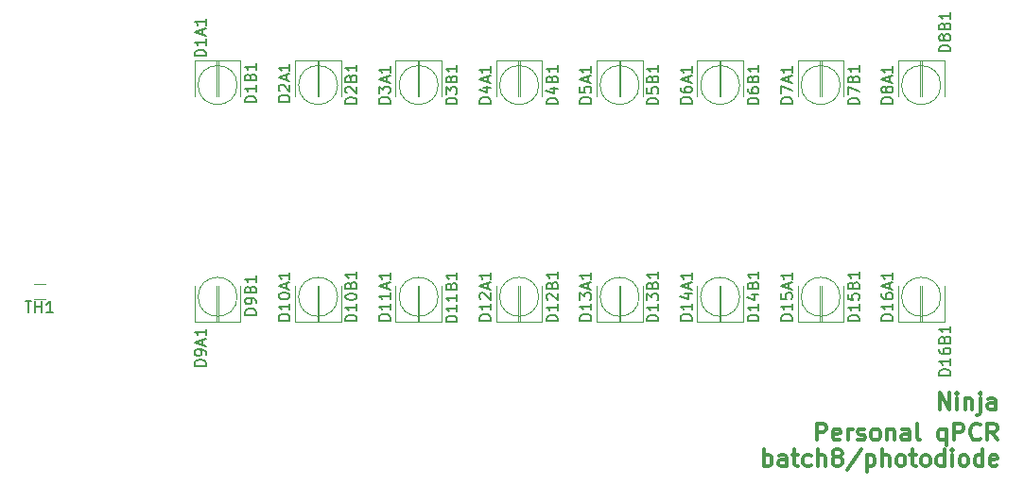
<source format=gto>
G04 #@! TF.GenerationSoftware,KiCad,Pcbnew,(5.1.6-0-10_14)*
G04 #@! TF.CreationDate,2021-06-30T10:39:40+09:00*
G04 #@! TF.ProjectId,qPCR-photodiode,71504352-2d70-4686-9f74-6f64696f6465,rev?*
G04 #@! TF.SameCoordinates,Original*
G04 #@! TF.FileFunction,Legend,Top*
G04 #@! TF.FilePolarity,Positive*
%FSLAX46Y46*%
G04 Gerber Fmt 4.6, Leading zero omitted, Abs format (unit mm)*
G04 Created by KiCad (PCBNEW (5.1.6-0-10_14)) date 2021-06-30 10:39:40*
%MOMM*%
%LPD*%
G01*
G04 APERTURE LIST*
%ADD10C,0.300000*%
%ADD11C,0.100000*%
%ADD12C,0.120000*%
%ADD13C,0.150000*%
G04 APERTURE END LIST*
D10*
X155511428Y-124698571D02*
X155511428Y-123198571D01*
X155511428Y-123770000D02*
X155654285Y-123698571D01*
X155940000Y-123698571D01*
X156082857Y-123770000D01*
X156154285Y-123841428D01*
X156225714Y-123984285D01*
X156225714Y-124412857D01*
X156154285Y-124555714D01*
X156082857Y-124627142D01*
X155940000Y-124698571D01*
X155654285Y-124698571D01*
X155511428Y-124627142D01*
X157511428Y-124698571D02*
X157511428Y-123912857D01*
X157440000Y-123770000D01*
X157297142Y-123698571D01*
X157011428Y-123698571D01*
X156868571Y-123770000D01*
X157511428Y-124627142D02*
X157368571Y-124698571D01*
X157011428Y-124698571D01*
X156868571Y-124627142D01*
X156797142Y-124484285D01*
X156797142Y-124341428D01*
X156868571Y-124198571D01*
X157011428Y-124127142D01*
X157368571Y-124127142D01*
X157511428Y-124055714D01*
X158011428Y-123698571D02*
X158582857Y-123698571D01*
X158225714Y-123198571D02*
X158225714Y-124484285D01*
X158297142Y-124627142D01*
X158440000Y-124698571D01*
X158582857Y-124698571D01*
X159725714Y-124627142D02*
X159582857Y-124698571D01*
X159297142Y-124698571D01*
X159154285Y-124627142D01*
X159082857Y-124555714D01*
X159011428Y-124412857D01*
X159011428Y-123984285D01*
X159082857Y-123841428D01*
X159154285Y-123770000D01*
X159297142Y-123698571D01*
X159582857Y-123698571D01*
X159725714Y-123770000D01*
X160368571Y-124698571D02*
X160368571Y-123198571D01*
X161011428Y-124698571D02*
X161011428Y-123912857D01*
X160940000Y-123770000D01*
X160797142Y-123698571D01*
X160582857Y-123698571D01*
X160440000Y-123770000D01*
X160368571Y-123841428D01*
X161940000Y-123841428D02*
X161797142Y-123770000D01*
X161725714Y-123698571D01*
X161654285Y-123555714D01*
X161654285Y-123484285D01*
X161725714Y-123341428D01*
X161797142Y-123270000D01*
X161940000Y-123198571D01*
X162225714Y-123198571D01*
X162368571Y-123270000D01*
X162440000Y-123341428D01*
X162511428Y-123484285D01*
X162511428Y-123555714D01*
X162440000Y-123698571D01*
X162368571Y-123770000D01*
X162225714Y-123841428D01*
X161940000Y-123841428D01*
X161797142Y-123912857D01*
X161725714Y-123984285D01*
X161654285Y-124127142D01*
X161654285Y-124412857D01*
X161725714Y-124555714D01*
X161797142Y-124627142D01*
X161940000Y-124698571D01*
X162225714Y-124698571D01*
X162368571Y-124627142D01*
X162440000Y-124555714D01*
X162511428Y-124412857D01*
X162511428Y-124127142D01*
X162440000Y-123984285D01*
X162368571Y-123912857D01*
X162225714Y-123841428D01*
X164225714Y-123127142D02*
X162940000Y-125055714D01*
X164725714Y-123698571D02*
X164725714Y-125198571D01*
X164725714Y-123770000D02*
X164868571Y-123698571D01*
X165154285Y-123698571D01*
X165297142Y-123770000D01*
X165368571Y-123841428D01*
X165440000Y-123984285D01*
X165440000Y-124412857D01*
X165368571Y-124555714D01*
X165297142Y-124627142D01*
X165154285Y-124698571D01*
X164868571Y-124698571D01*
X164725714Y-124627142D01*
X166082857Y-124698571D02*
X166082857Y-123198571D01*
X166725714Y-124698571D02*
X166725714Y-123912857D01*
X166654285Y-123770000D01*
X166511428Y-123698571D01*
X166297142Y-123698571D01*
X166154285Y-123770000D01*
X166082857Y-123841428D01*
X167654285Y-124698571D02*
X167511428Y-124627142D01*
X167439999Y-124555714D01*
X167368571Y-124412857D01*
X167368571Y-123984285D01*
X167439999Y-123841428D01*
X167511428Y-123770000D01*
X167654285Y-123698571D01*
X167868571Y-123698571D01*
X168011428Y-123770000D01*
X168082857Y-123841428D01*
X168154285Y-123984285D01*
X168154285Y-124412857D01*
X168082857Y-124555714D01*
X168011428Y-124627142D01*
X167868571Y-124698571D01*
X167654285Y-124698571D01*
X168582857Y-123698571D02*
X169154285Y-123698571D01*
X168797142Y-123198571D02*
X168797142Y-124484285D01*
X168868571Y-124627142D01*
X169011428Y-124698571D01*
X169154285Y-124698571D01*
X169868571Y-124698571D02*
X169725714Y-124627142D01*
X169654285Y-124555714D01*
X169582857Y-124412857D01*
X169582857Y-123984285D01*
X169654285Y-123841428D01*
X169725714Y-123770000D01*
X169868571Y-123698571D01*
X170082857Y-123698571D01*
X170225714Y-123770000D01*
X170297142Y-123841428D01*
X170368571Y-123984285D01*
X170368571Y-124412857D01*
X170297142Y-124555714D01*
X170225714Y-124627142D01*
X170082857Y-124698571D01*
X169868571Y-124698571D01*
X171654285Y-124698571D02*
X171654285Y-123198571D01*
X171654285Y-124627142D02*
X171511428Y-124698571D01*
X171225714Y-124698571D01*
X171082857Y-124627142D01*
X171011428Y-124555714D01*
X170939999Y-124412857D01*
X170939999Y-123984285D01*
X171011428Y-123841428D01*
X171082857Y-123770000D01*
X171225714Y-123698571D01*
X171511428Y-123698571D01*
X171654285Y-123770000D01*
X172368571Y-124698571D02*
X172368571Y-123698571D01*
X172368571Y-123198571D02*
X172297142Y-123270000D01*
X172368571Y-123341428D01*
X172439999Y-123270000D01*
X172368571Y-123198571D01*
X172368571Y-123341428D01*
X173297142Y-124698571D02*
X173154285Y-124627142D01*
X173082857Y-124555714D01*
X173011428Y-124412857D01*
X173011428Y-123984285D01*
X173082857Y-123841428D01*
X173154285Y-123770000D01*
X173297142Y-123698571D01*
X173511428Y-123698571D01*
X173654285Y-123770000D01*
X173725714Y-123841428D01*
X173797142Y-123984285D01*
X173797142Y-124412857D01*
X173725714Y-124555714D01*
X173654285Y-124627142D01*
X173511428Y-124698571D01*
X173297142Y-124698571D01*
X175082857Y-124698571D02*
X175082857Y-123198571D01*
X175082857Y-124627142D02*
X174939999Y-124698571D01*
X174654285Y-124698571D01*
X174511428Y-124627142D01*
X174439999Y-124555714D01*
X174368571Y-124412857D01*
X174368571Y-123984285D01*
X174439999Y-123841428D01*
X174511428Y-123770000D01*
X174654285Y-123698571D01*
X174939999Y-123698571D01*
X175082857Y-123770000D01*
X176368571Y-124627142D02*
X176225714Y-124698571D01*
X175939999Y-124698571D01*
X175797142Y-124627142D01*
X175725714Y-124484285D01*
X175725714Y-123912857D01*
X175797142Y-123770000D01*
X175939999Y-123698571D01*
X176225714Y-123698571D01*
X176368571Y-123770000D01*
X176439999Y-123912857D01*
X176439999Y-124055714D01*
X175725714Y-124198571D01*
X160244285Y-122358571D02*
X160244285Y-120858571D01*
X160815714Y-120858571D01*
X160958571Y-120930000D01*
X161030000Y-121001428D01*
X161101428Y-121144285D01*
X161101428Y-121358571D01*
X161030000Y-121501428D01*
X160958571Y-121572857D01*
X160815714Y-121644285D01*
X160244285Y-121644285D01*
X162315714Y-122287142D02*
X162172857Y-122358571D01*
X161887142Y-122358571D01*
X161744285Y-122287142D01*
X161672857Y-122144285D01*
X161672857Y-121572857D01*
X161744285Y-121430000D01*
X161887142Y-121358571D01*
X162172857Y-121358571D01*
X162315714Y-121430000D01*
X162387142Y-121572857D01*
X162387142Y-121715714D01*
X161672857Y-121858571D01*
X163030000Y-122358571D02*
X163030000Y-121358571D01*
X163030000Y-121644285D02*
X163101428Y-121501428D01*
X163172857Y-121430000D01*
X163315714Y-121358571D01*
X163458571Y-121358571D01*
X163887142Y-122287142D02*
X164030000Y-122358571D01*
X164315714Y-122358571D01*
X164458571Y-122287142D01*
X164530000Y-122144285D01*
X164530000Y-122072857D01*
X164458571Y-121930000D01*
X164315714Y-121858571D01*
X164101428Y-121858571D01*
X163958571Y-121787142D01*
X163887142Y-121644285D01*
X163887142Y-121572857D01*
X163958571Y-121430000D01*
X164101428Y-121358571D01*
X164315714Y-121358571D01*
X164458571Y-121430000D01*
X165387142Y-122358571D02*
X165244285Y-122287142D01*
X165172857Y-122215714D01*
X165101428Y-122072857D01*
X165101428Y-121644285D01*
X165172857Y-121501428D01*
X165244285Y-121430000D01*
X165387142Y-121358571D01*
X165601428Y-121358571D01*
X165744285Y-121430000D01*
X165815714Y-121501428D01*
X165887142Y-121644285D01*
X165887142Y-122072857D01*
X165815714Y-122215714D01*
X165744285Y-122287142D01*
X165601428Y-122358571D01*
X165387142Y-122358571D01*
X166530000Y-121358571D02*
X166530000Y-122358571D01*
X166530000Y-121501428D02*
X166601428Y-121430000D01*
X166744285Y-121358571D01*
X166958571Y-121358571D01*
X167101428Y-121430000D01*
X167172857Y-121572857D01*
X167172857Y-122358571D01*
X168530000Y-122358571D02*
X168530000Y-121572857D01*
X168458571Y-121430000D01*
X168315714Y-121358571D01*
X168030000Y-121358571D01*
X167887142Y-121430000D01*
X168530000Y-122287142D02*
X168387142Y-122358571D01*
X168030000Y-122358571D01*
X167887142Y-122287142D01*
X167815714Y-122144285D01*
X167815714Y-122001428D01*
X167887142Y-121858571D01*
X168030000Y-121787142D01*
X168387142Y-121787142D01*
X168530000Y-121715714D01*
X169458571Y-122358571D02*
X169315714Y-122287142D01*
X169244285Y-122144285D01*
X169244285Y-120858571D01*
X171815714Y-121358571D02*
X171815714Y-122858571D01*
X171815714Y-122287142D02*
X171672857Y-122358571D01*
X171387142Y-122358571D01*
X171244285Y-122287142D01*
X171172857Y-122215714D01*
X171101428Y-122072857D01*
X171101428Y-121644285D01*
X171172857Y-121501428D01*
X171244285Y-121430000D01*
X171387142Y-121358571D01*
X171672857Y-121358571D01*
X171815714Y-121430000D01*
X172530000Y-122358571D02*
X172530000Y-120858571D01*
X173101428Y-120858571D01*
X173244285Y-120930000D01*
X173315714Y-121001428D01*
X173387142Y-121144285D01*
X173387142Y-121358571D01*
X173315714Y-121501428D01*
X173244285Y-121572857D01*
X173101428Y-121644285D01*
X172530000Y-121644285D01*
X174887142Y-122215714D02*
X174815714Y-122287142D01*
X174601428Y-122358571D01*
X174458571Y-122358571D01*
X174244285Y-122287142D01*
X174101428Y-122144285D01*
X174030000Y-122001428D01*
X173958571Y-121715714D01*
X173958571Y-121501428D01*
X174030000Y-121215714D01*
X174101428Y-121072857D01*
X174244285Y-120930000D01*
X174458571Y-120858571D01*
X174601428Y-120858571D01*
X174815714Y-120930000D01*
X174887142Y-121001428D01*
X176387142Y-122358571D02*
X175887142Y-121644285D01*
X175530000Y-122358571D02*
X175530000Y-120858571D01*
X176101428Y-120858571D01*
X176244285Y-120930000D01*
X176315714Y-121001428D01*
X176387142Y-121144285D01*
X176387142Y-121358571D01*
X176315714Y-121501428D01*
X176244285Y-121572857D01*
X176101428Y-121644285D01*
X175530000Y-121644285D01*
X171220000Y-119578571D02*
X171220000Y-118078571D01*
X172077142Y-119578571D01*
X172077142Y-118078571D01*
X172791428Y-119578571D02*
X172791428Y-118578571D01*
X172791428Y-118078571D02*
X172720000Y-118150000D01*
X172791428Y-118221428D01*
X172862857Y-118150000D01*
X172791428Y-118078571D01*
X172791428Y-118221428D01*
X173505714Y-118578571D02*
X173505714Y-119578571D01*
X173505714Y-118721428D02*
X173577142Y-118650000D01*
X173720000Y-118578571D01*
X173934285Y-118578571D01*
X174077142Y-118650000D01*
X174148571Y-118792857D01*
X174148571Y-119578571D01*
X174862857Y-118578571D02*
X174862857Y-119864285D01*
X174791428Y-120007142D01*
X174648571Y-120078571D01*
X174577142Y-120078571D01*
X174862857Y-118078571D02*
X174791428Y-118150000D01*
X174862857Y-118221428D01*
X174934285Y-118150000D01*
X174862857Y-118078571D01*
X174862857Y-118221428D01*
X176220000Y-119578571D02*
X176220000Y-118792857D01*
X176148571Y-118650000D01*
X176005714Y-118578571D01*
X175720000Y-118578571D01*
X175577142Y-118650000D01*
X176220000Y-119507142D02*
X176077142Y-119578571D01*
X175720000Y-119578571D01*
X175577142Y-119507142D01*
X175505714Y-119364285D01*
X175505714Y-119221428D01*
X175577142Y-119078571D01*
X175720000Y-119007142D01*
X176077142Y-119007142D01*
X176220000Y-118935714D01*
D11*
X171328789Y-109497934D02*
G75*
G03*
X171328789Y-109497934I-1750000J0D01*
G01*
X162328789Y-109497934D02*
G75*
G03*
X162328789Y-109497934I-1750000J0D01*
G01*
X153328789Y-109497934D02*
G75*
G03*
X153328789Y-109497934I-1750000J0D01*
G01*
X144328789Y-109497934D02*
G75*
G03*
X144328789Y-109497934I-1750000J0D01*
G01*
X135328789Y-109497934D02*
G75*
G03*
X135328789Y-109497934I-1750000J0D01*
G01*
X126328789Y-109497934D02*
G75*
G03*
X126328789Y-109497934I-1750000J0D01*
G01*
X117328789Y-109497934D02*
G75*
G03*
X117328789Y-109497934I-1750000J0D01*
G01*
X108328789Y-109497934D02*
G75*
G03*
X108328789Y-109497934I-1750000J0D01*
G01*
X108328789Y-90498367D02*
G75*
G03*
X108328789Y-90498367I-1750000J0D01*
G01*
X117328789Y-90498367D02*
G75*
G03*
X117328789Y-90498367I-1750000J0D01*
G01*
X126328789Y-90498367D02*
G75*
G03*
X126328789Y-90498367I-1750000J0D01*
G01*
X135328789Y-90498367D02*
G75*
G03*
X135328789Y-90498367I-1750000J0D01*
G01*
X144328789Y-90498367D02*
G75*
G03*
X144328789Y-90498367I-1750000J0D01*
G01*
X153328789Y-90498367D02*
G75*
G03*
X153328789Y-90498367I-1750000J0D01*
G01*
X171328789Y-90498367D02*
G75*
G03*
X171328789Y-90498367I-1750000J0D01*
G01*
X162328789Y-90498367D02*
G75*
G03*
X162328789Y-90498367I-1750000J0D01*
G01*
D12*
X106638789Y-88298367D02*
X104518789Y-88298367D01*
X106638789Y-91498367D02*
X106638789Y-88298367D01*
X104518789Y-88298367D02*
X104518789Y-91498367D01*
X106518789Y-88298367D02*
X106518789Y-91498367D01*
X108638789Y-91498367D02*
X108638789Y-88298367D01*
X108638789Y-88298367D02*
X106518789Y-88298367D01*
X106638789Y-111697934D02*
X106638789Y-108497934D01*
X104518789Y-108497934D02*
X104518789Y-111697934D01*
X104518789Y-111697934D02*
X106638789Y-111697934D01*
X106518789Y-111697934D02*
X108638789Y-111697934D01*
X106518789Y-108497934D02*
X106518789Y-111697934D01*
X108638789Y-111697934D02*
X108638789Y-108497934D01*
X115638789Y-111697934D02*
X115638789Y-108497934D01*
X113518789Y-108497934D02*
X113518789Y-111697934D01*
X113518789Y-111697934D02*
X115638789Y-111697934D01*
X115518789Y-111697934D02*
X117638789Y-111697934D01*
X115518789Y-108497934D02*
X115518789Y-111697934D01*
X117638789Y-111697934D02*
X117638789Y-108497934D01*
X124638789Y-111697934D02*
X124638789Y-108497934D01*
X122518789Y-108497934D02*
X122518789Y-111697934D01*
X122518789Y-111697934D02*
X124638789Y-111697934D01*
X124518789Y-111697934D02*
X126638789Y-111697934D01*
X124518789Y-108497934D02*
X124518789Y-111697934D01*
X126638789Y-111697934D02*
X126638789Y-108497934D01*
X133638789Y-111697934D02*
X133638789Y-108497934D01*
X131518789Y-108497934D02*
X131518789Y-111697934D01*
X131518789Y-111697934D02*
X133638789Y-111697934D01*
X133518789Y-111697934D02*
X135638789Y-111697934D01*
X133518789Y-108497934D02*
X133518789Y-111697934D01*
X135638789Y-111697934D02*
X135638789Y-108497934D01*
X140518789Y-111697934D02*
X142638789Y-111697934D01*
X140518789Y-108497934D02*
X140518789Y-111697934D01*
X142638789Y-111697934D02*
X142638789Y-108497934D01*
X144638789Y-111697934D02*
X144638789Y-108497934D01*
X142518789Y-108497934D02*
X142518789Y-111697934D01*
X142518789Y-111697934D02*
X144638789Y-111697934D01*
X149518789Y-111697934D02*
X151638789Y-111697934D01*
X149518789Y-108497934D02*
X149518789Y-111697934D01*
X151638789Y-111697934D02*
X151638789Y-108497934D01*
X153638789Y-111697934D02*
X153638789Y-108497934D01*
X151518789Y-108497934D02*
X151518789Y-111697934D01*
X151518789Y-111697934D02*
X153638789Y-111697934D01*
X158518789Y-111697934D02*
X160638789Y-111697934D01*
X158518789Y-108497934D02*
X158518789Y-111697934D01*
X160638789Y-111697934D02*
X160638789Y-108497934D01*
X162638789Y-111697934D02*
X162638789Y-108497934D01*
X160518789Y-108497934D02*
X160518789Y-111697934D01*
X160518789Y-111697934D02*
X162638789Y-111697934D01*
X167518789Y-111697934D02*
X169638789Y-111697934D01*
X167518789Y-108497934D02*
X167518789Y-111697934D01*
X169638789Y-111697934D02*
X169638789Y-108497934D01*
X171638789Y-111697934D02*
X171638789Y-108497934D01*
X169518789Y-108497934D02*
X169518789Y-111697934D01*
X169518789Y-111697934D02*
X171638789Y-111697934D01*
X115638789Y-88298367D02*
X113518789Y-88298367D01*
X115638789Y-91498367D02*
X115638789Y-88298367D01*
X113518789Y-88298367D02*
X113518789Y-91498367D01*
X115518789Y-88298367D02*
X115518789Y-91498367D01*
X117638789Y-91498367D02*
X117638789Y-88298367D01*
X117638789Y-88298367D02*
X115518789Y-88298367D01*
X124638789Y-88298367D02*
X122518789Y-88298367D01*
X124638789Y-91498367D02*
X124638789Y-88298367D01*
X122518789Y-88298367D02*
X122518789Y-91498367D01*
X124518789Y-88298367D02*
X124518789Y-91498367D01*
X126638789Y-91498367D02*
X126638789Y-88298367D01*
X126638789Y-88298367D02*
X124518789Y-88298367D01*
X133638789Y-88298367D02*
X131518789Y-88298367D01*
X133638789Y-91498367D02*
X133638789Y-88298367D01*
X131518789Y-88298367D02*
X131518789Y-91498367D01*
X133518789Y-88298367D02*
X133518789Y-91498367D01*
X135638789Y-91498367D02*
X135638789Y-88298367D01*
X135638789Y-88298367D02*
X133518789Y-88298367D01*
X140518789Y-88298367D02*
X140518789Y-91498367D01*
X142638789Y-91498367D02*
X142638789Y-88298367D01*
X142638789Y-88298367D02*
X140518789Y-88298367D01*
X144638789Y-88298367D02*
X142518789Y-88298367D01*
X144638789Y-91498367D02*
X144638789Y-88298367D01*
X142518789Y-88298367D02*
X142518789Y-91498367D01*
X149518789Y-88298367D02*
X149518789Y-91498367D01*
X151638789Y-91498367D02*
X151638789Y-88298367D01*
X151638789Y-88298367D02*
X149518789Y-88298367D01*
X153638789Y-88298367D02*
X151518789Y-88298367D01*
X153638789Y-91498367D02*
X153638789Y-88298367D01*
X151518789Y-88298367D02*
X151518789Y-91498367D01*
X158518789Y-88298367D02*
X158518789Y-91498367D01*
X160638789Y-91498367D02*
X160638789Y-88298367D01*
X160638789Y-88298367D02*
X158518789Y-88298367D01*
X162638789Y-88298367D02*
X160518789Y-88298367D01*
X162638789Y-91498367D02*
X162638789Y-88298367D01*
X160518789Y-88298367D02*
X160518789Y-91498367D01*
X167518789Y-88298367D02*
X167518789Y-91498367D01*
X169638789Y-91498367D02*
X169638789Y-88298367D01*
X169638789Y-88298367D02*
X167518789Y-88298367D01*
X171638789Y-88298367D02*
X169518789Y-88298367D01*
X171638789Y-91498367D02*
X171638789Y-88298367D01*
X169518789Y-88298367D02*
X169518789Y-91498367D01*
X90140000Y-108320000D02*
X91140000Y-108320000D01*
X91140000Y-109680000D02*
X90140000Y-109680000D01*
D13*
X105522380Y-87882857D02*
X104522380Y-87882857D01*
X104522380Y-87644761D01*
X104570000Y-87501904D01*
X104665238Y-87406666D01*
X104760476Y-87359047D01*
X104950952Y-87311428D01*
X105093809Y-87311428D01*
X105284285Y-87359047D01*
X105379523Y-87406666D01*
X105474761Y-87501904D01*
X105522380Y-87644761D01*
X105522380Y-87882857D01*
X105522380Y-86359047D02*
X105522380Y-86930476D01*
X105522380Y-86644761D02*
X104522380Y-86644761D01*
X104665238Y-86740000D01*
X104760476Y-86835238D01*
X104808095Y-86930476D01*
X105236666Y-85978095D02*
X105236666Y-85501904D01*
X105522380Y-86073333D02*
X104522380Y-85740000D01*
X105522380Y-85406666D01*
X105522380Y-84549523D02*
X105522380Y-85120952D01*
X105522380Y-84835238D02*
X104522380Y-84835238D01*
X104665238Y-84930476D01*
X104760476Y-85025714D01*
X104808095Y-85120952D01*
X110031169Y-92044285D02*
X109031169Y-92044285D01*
X109031169Y-91806190D01*
X109078789Y-91663333D01*
X109174027Y-91568095D01*
X109269265Y-91520476D01*
X109459741Y-91472857D01*
X109602598Y-91472857D01*
X109793074Y-91520476D01*
X109888312Y-91568095D01*
X109983550Y-91663333D01*
X110031169Y-91806190D01*
X110031169Y-92044285D01*
X110031169Y-90520476D02*
X110031169Y-91091904D01*
X110031169Y-90806190D02*
X109031169Y-90806190D01*
X109174027Y-90901428D01*
X109269265Y-90996666D01*
X109316884Y-91091904D01*
X109507360Y-89758571D02*
X109554979Y-89615714D01*
X109602598Y-89568095D01*
X109697836Y-89520476D01*
X109840693Y-89520476D01*
X109935931Y-89568095D01*
X109983550Y-89615714D01*
X110031169Y-89710952D01*
X110031169Y-90091904D01*
X109031169Y-90091904D01*
X109031169Y-89758571D01*
X109078789Y-89663333D01*
X109126408Y-89615714D01*
X109221646Y-89568095D01*
X109316884Y-89568095D01*
X109412122Y-89615714D01*
X109459741Y-89663333D01*
X109507360Y-89758571D01*
X109507360Y-90091904D01*
X110031169Y-88568095D02*
X110031169Y-89139523D01*
X110031169Y-88853809D02*
X109031169Y-88853809D01*
X109174027Y-88949047D01*
X109269265Y-89044285D01*
X109316884Y-89139523D01*
X105522380Y-115712857D02*
X104522380Y-115712857D01*
X104522380Y-115474761D01*
X104570000Y-115331904D01*
X104665238Y-115236666D01*
X104760476Y-115189047D01*
X104950952Y-115141428D01*
X105093809Y-115141428D01*
X105284285Y-115189047D01*
X105379523Y-115236666D01*
X105474761Y-115331904D01*
X105522380Y-115474761D01*
X105522380Y-115712857D01*
X105522380Y-114665238D02*
X105522380Y-114474761D01*
X105474761Y-114379523D01*
X105427142Y-114331904D01*
X105284285Y-114236666D01*
X105093809Y-114189047D01*
X104712857Y-114189047D01*
X104617619Y-114236666D01*
X104570000Y-114284285D01*
X104522380Y-114379523D01*
X104522380Y-114570000D01*
X104570000Y-114665238D01*
X104617619Y-114712857D01*
X104712857Y-114760476D01*
X104950952Y-114760476D01*
X105046190Y-114712857D01*
X105093809Y-114665238D01*
X105141428Y-114570000D01*
X105141428Y-114379523D01*
X105093809Y-114284285D01*
X105046190Y-114236666D01*
X104950952Y-114189047D01*
X105236666Y-113808095D02*
X105236666Y-113331904D01*
X105522380Y-113903333D02*
X104522380Y-113570000D01*
X105522380Y-113236666D01*
X105522380Y-112379523D02*
X105522380Y-112950952D01*
X105522380Y-112665238D02*
X104522380Y-112665238D01*
X104665238Y-112760476D01*
X104760476Y-112855714D01*
X104808095Y-112950952D01*
X110031169Y-111104285D02*
X109031169Y-111104285D01*
X109031169Y-110866190D01*
X109078789Y-110723333D01*
X109174027Y-110628095D01*
X109269265Y-110580476D01*
X109459741Y-110532857D01*
X109602598Y-110532857D01*
X109793074Y-110580476D01*
X109888312Y-110628095D01*
X109983550Y-110723333D01*
X110031169Y-110866190D01*
X110031169Y-111104285D01*
X110031169Y-110056666D02*
X110031169Y-109866190D01*
X109983550Y-109770952D01*
X109935931Y-109723333D01*
X109793074Y-109628095D01*
X109602598Y-109580476D01*
X109221646Y-109580476D01*
X109126408Y-109628095D01*
X109078789Y-109675714D01*
X109031169Y-109770952D01*
X109031169Y-109961428D01*
X109078789Y-110056666D01*
X109126408Y-110104285D01*
X109221646Y-110151904D01*
X109459741Y-110151904D01*
X109554979Y-110104285D01*
X109602598Y-110056666D01*
X109650217Y-109961428D01*
X109650217Y-109770952D01*
X109602598Y-109675714D01*
X109554979Y-109628095D01*
X109459741Y-109580476D01*
X109507360Y-108818571D02*
X109554979Y-108675714D01*
X109602598Y-108628095D01*
X109697836Y-108580476D01*
X109840693Y-108580476D01*
X109935931Y-108628095D01*
X109983550Y-108675714D01*
X110031169Y-108770952D01*
X110031169Y-109151904D01*
X109031169Y-109151904D01*
X109031169Y-108818571D01*
X109078789Y-108723333D01*
X109126408Y-108675714D01*
X109221646Y-108628095D01*
X109316884Y-108628095D01*
X109412122Y-108675714D01*
X109459741Y-108723333D01*
X109507360Y-108818571D01*
X109507360Y-109151904D01*
X110031169Y-107628095D02*
X110031169Y-108199523D01*
X110031169Y-107913809D02*
X109031169Y-107913809D01*
X109174027Y-108009047D01*
X109269265Y-108104285D01*
X109316884Y-108199523D01*
X113031169Y-111616981D02*
X112031169Y-111616981D01*
X112031169Y-111378886D01*
X112078789Y-111236029D01*
X112174027Y-111140791D01*
X112269265Y-111093172D01*
X112459741Y-111045553D01*
X112602598Y-111045553D01*
X112793074Y-111093172D01*
X112888312Y-111140791D01*
X112983550Y-111236029D01*
X113031169Y-111378886D01*
X113031169Y-111616981D01*
X113031169Y-110093172D02*
X113031169Y-110664600D01*
X113031169Y-110378886D02*
X112031169Y-110378886D01*
X112174027Y-110474124D01*
X112269265Y-110569362D01*
X112316884Y-110664600D01*
X112031169Y-109474124D02*
X112031169Y-109378886D01*
X112078789Y-109283648D01*
X112126408Y-109236029D01*
X112221646Y-109188410D01*
X112412122Y-109140791D01*
X112650217Y-109140791D01*
X112840693Y-109188410D01*
X112935931Y-109236029D01*
X112983550Y-109283648D01*
X113031169Y-109378886D01*
X113031169Y-109474124D01*
X112983550Y-109569362D01*
X112935931Y-109616981D01*
X112840693Y-109664600D01*
X112650217Y-109712219D01*
X112412122Y-109712219D01*
X112221646Y-109664600D01*
X112126408Y-109616981D01*
X112078789Y-109569362D01*
X112031169Y-109474124D01*
X112745455Y-108759838D02*
X112745455Y-108283648D01*
X113031169Y-108855076D02*
X112031169Y-108521743D01*
X113031169Y-108188410D01*
X113031169Y-107331267D02*
X113031169Y-107902695D01*
X113031169Y-107616981D02*
X112031169Y-107616981D01*
X112174027Y-107712219D01*
X112269265Y-107807457D01*
X112316884Y-107902695D01*
X119031169Y-111688410D02*
X118031169Y-111688410D01*
X118031169Y-111450314D01*
X118078789Y-111307457D01*
X118174027Y-111212219D01*
X118269265Y-111164600D01*
X118459741Y-111116981D01*
X118602598Y-111116981D01*
X118793074Y-111164600D01*
X118888312Y-111212219D01*
X118983550Y-111307457D01*
X119031169Y-111450314D01*
X119031169Y-111688410D01*
X119031169Y-110164600D02*
X119031169Y-110736029D01*
X119031169Y-110450314D02*
X118031169Y-110450314D01*
X118174027Y-110545553D01*
X118269265Y-110640791D01*
X118316884Y-110736029D01*
X118031169Y-109545553D02*
X118031169Y-109450314D01*
X118078789Y-109355076D01*
X118126408Y-109307457D01*
X118221646Y-109259838D01*
X118412122Y-109212219D01*
X118650217Y-109212219D01*
X118840693Y-109259838D01*
X118935931Y-109307457D01*
X118983550Y-109355076D01*
X119031169Y-109450314D01*
X119031169Y-109545553D01*
X118983550Y-109640791D01*
X118935931Y-109688410D01*
X118840693Y-109736029D01*
X118650217Y-109783648D01*
X118412122Y-109783648D01*
X118221646Y-109736029D01*
X118126408Y-109688410D01*
X118078789Y-109640791D01*
X118031169Y-109545553D01*
X118507360Y-108450314D02*
X118554979Y-108307457D01*
X118602598Y-108259838D01*
X118697836Y-108212219D01*
X118840693Y-108212219D01*
X118935931Y-108259838D01*
X118983550Y-108307457D01*
X119031169Y-108402695D01*
X119031169Y-108783648D01*
X118031169Y-108783648D01*
X118031169Y-108450314D01*
X118078789Y-108355076D01*
X118126408Y-108307457D01*
X118221646Y-108259838D01*
X118316884Y-108259838D01*
X118412122Y-108307457D01*
X118459741Y-108355076D01*
X118507360Y-108450314D01*
X118507360Y-108783648D01*
X119031169Y-107259838D02*
X119031169Y-107831267D01*
X119031169Y-107545553D02*
X118031169Y-107545553D01*
X118174027Y-107640791D01*
X118269265Y-107736029D01*
X118316884Y-107831267D01*
X122031169Y-111616981D02*
X121031169Y-111616981D01*
X121031169Y-111378886D01*
X121078789Y-111236029D01*
X121174027Y-111140791D01*
X121269265Y-111093172D01*
X121459741Y-111045553D01*
X121602598Y-111045553D01*
X121793074Y-111093172D01*
X121888312Y-111140791D01*
X121983550Y-111236029D01*
X122031169Y-111378886D01*
X122031169Y-111616981D01*
X122031169Y-110093172D02*
X122031169Y-110664600D01*
X122031169Y-110378886D02*
X121031169Y-110378886D01*
X121174027Y-110474124D01*
X121269265Y-110569362D01*
X121316884Y-110664600D01*
X122031169Y-109140791D02*
X122031169Y-109712219D01*
X122031169Y-109426505D02*
X121031169Y-109426505D01*
X121174027Y-109521743D01*
X121269265Y-109616981D01*
X121316884Y-109712219D01*
X121745455Y-108759838D02*
X121745455Y-108283648D01*
X122031169Y-108855076D02*
X121031169Y-108521743D01*
X122031169Y-108188410D01*
X122031169Y-107331267D02*
X122031169Y-107902695D01*
X122031169Y-107616981D02*
X121031169Y-107616981D01*
X121174027Y-107712219D01*
X121269265Y-107807457D01*
X121316884Y-107902695D01*
X128031169Y-111770476D02*
X127031169Y-111770476D01*
X127031169Y-111532380D01*
X127078789Y-111389523D01*
X127174027Y-111294285D01*
X127269265Y-111246666D01*
X127459741Y-111199047D01*
X127602598Y-111199047D01*
X127793074Y-111246666D01*
X127888312Y-111294285D01*
X127983550Y-111389523D01*
X128031169Y-111532380D01*
X128031169Y-111770476D01*
X128031169Y-110246666D02*
X128031169Y-110818095D01*
X128031169Y-110532380D02*
X127031169Y-110532380D01*
X127174027Y-110627619D01*
X127269265Y-110722857D01*
X127316884Y-110818095D01*
X128031169Y-109294285D02*
X128031169Y-109865714D01*
X128031169Y-109580000D02*
X127031169Y-109580000D01*
X127174027Y-109675238D01*
X127269265Y-109770476D01*
X127316884Y-109865714D01*
X127507360Y-108532380D02*
X127554979Y-108389523D01*
X127602598Y-108341904D01*
X127697836Y-108294285D01*
X127840693Y-108294285D01*
X127935931Y-108341904D01*
X127983550Y-108389523D01*
X128031169Y-108484761D01*
X128031169Y-108865714D01*
X127031169Y-108865714D01*
X127031169Y-108532380D01*
X127078789Y-108437142D01*
X127126408Y-108389523D01*
X127221646Y-108341904D01*
X127316884Y-108341904D01*
X127412122Y-108389523D01*
X127459741Y-108437142D01*
X127507360Y-108532380D01*
X127507360Y-108865714D01*
X128031169Y-107341904D02*
X128031169Y-107913333D01*
X128031169Y-107627619D02*
X127031169Y-107627619D01*
X127174027Y-107722857D01*
X127269265Y-107818095D01*
X127316884Y-107913333D01*
X131031169Y-111616981D02*
X130031169Y-111616981D01*
X130031169Y-111378886D01*
X130078789Y-111236029D01*
X130174027Y-111140791D01*
X130269265Y-111093172D01*
X130459741Y-111045553D01*
X130602598Y-111045553D01*
X130793074Y-111093172D01*
X130888312Y-111140791D01*
X130983550Y-111236029D01*
X131031169Y-111378886D01*
X131031169Y-111616981D01*
X131031169Y-110093172D02*
X131031169Y-110664600D01*
X131031169Y-110378886D02*
X130031169Y-110378886D01*
X130174027Y-110474124D01*
X130269265Y-110569362D01*
X130316884Y-110664600D01*
X130126408Y-109712219D02*
X130078789Y-109664600D01*
X130031169Y-109569362D01*
X130031169Y-109331267D01*
X130078789Y-109236029D01*
X130126408Y-109188410D01*
X130221646Y-109140791D01*
X130316884Y-109140791D01*
X130459741Y-109188410D01*
X131031169Y-109759838D01*
X131031169Y-109140791D01*
X130745455Y-108759838D02*
X130745455Y-108283648D01*
X131031169Y-108855076D02*
X130031169Y-108521743D01*
X131031169Y-108188410D01*
X131031169Y-107331267D02*
X131031169Y-107902695D01*
X131031169Y-107616981D02*
X130031169Y-107616981D01*
X130174027Y-107712219D01*
X130269265Y-107807457D01*
X130316884Y-107902695D01*
X137031169Y-111688410D02*
X136031169Y-111688410D01*
X136031169Y-111450314D01*
X136078789Y-111307457D01*
X136174027Y-111212219D01*
X136269265Y-111164600D01*
X136459741Y-111116981D01*
X136602598Y-111116981D01*
X136793074Y-111164600D01*
X136888312Y-111212219D01*
X136983550Y-111307457D01*
X137031169Y-111450314D01*
X137031169Y-111688410D01*
X137031169Y-110164600D02*
X137031169Y-110736029D01*
X137031169Y-110450314D02*
X136031169Y-110450314D01*
X136174027Y-110545553D01*
X136269265Y-110640791D01*
X136316884Y-110736029D01*
X136126408Y-109783648D02*
X136078789Y-109736029D01*
X136031169Y-109640791D01*
X136031169Y-109402695D01*
X136078789Y-109307457D01*
X136126408Y-109259838D01*
X136221646Y-109212219D01*
X136316884Y-109212219D01*
X136459741Y-109259838D01*
X137031169Y-109831267D01*
X137031169Y-109212219D01*
X136507360Y-108450314D02*
X136554979Y-108307457D01*
X136602598Y-108259838D01*
X136697836Y-108212219D01*
X136840693Y-108212219D01*
X136935931Y-108259838D01*
X136983550Y-108307457D01*
X137031169Y-108402695D01*
X137031169Y-108783648D01*
X136031169Y-108783648D01*
X136031169Y-108450314D01*
X136078789Y-108355076D01*
X136126408Y-108307457D01*
X136221646Y-108259838D01*
X136316884Y-108259838D01*
X136412122Y-108307457D01*
X136459741Y-108355076D01*
X136507360Y-108450314D01*
X136507360Y-108783648D01*
X137031169Y-107259838D02*
X137031169Y-107831267D01*
X137031169Y-107545553D02*
X136031169Y-107545553D01*
X136174027Y-107640791D01*
X136269265Y-107736029D01*
X136316884Y-107831267D01*
X140031169Y-111616981D02*
X139031169Y-111616981D01*
X139031169Y-111378886D01*
X139078789Y-111236029D01*
X139174027Y-111140791D01*
X139269265Y-111093172D01*
X139459741Y-111045553D01*
X139602598Y-111045553D01*
X139793074Y-111093172D01*
X139888312Y-111140791D01*
X139983550Y-111236029D01*
X140031169Y-111378886D01*
X140031169Y-111616981D01*
X140031169Y-110093172D02*
X140031169Y-110664600D01*
X140031169Y-110378886D02*
X139031169Y-110378886D01*
X139174027Y-110474124D01*
X139269265Y-110569362D01*
X139316884Y-110664600D01*
X139031169Y-109759838D02*
X139031169Y-109140791D01*
X139412122Y-109474124D01*
X139412122Y-109331267D01*
X139459741Y-109236029D01*
X139507360Y-109188410D01*
X139602598Y-109140791D01*
X139840693Y-109140791D01*
X139935931Y-109188410D01*
X139983550Y-109236029D01*
X140031169Y-109331267D01*
X140031169Y-109616981D01*
X139983550Y-109712219D01*
X139935931Y-109759838D01*
X139745455Y-108759838D02*
X139745455Y-108283648D01*
X140031169Y-108855076D02*
X139031169Y-108521743D01*
X140031169Y-108188410D01*
X140031169Y-107331267D02*
X140031169Y-107902695D01*
X140031169Y-107616981D02*
X139031169Y-107616981D01*
X139174027Y-107712219D01*
X139269265Y-107807457D01*
X139316884Y-107902695D01*
X146031169Y-111688410D02*
X145031169Y-111688410D01*
X145031169Y-111450314D01*
X145078789Y-111307457D01*
X145174027Y-111212219D01*
X145269265Y-111164600D01*
X145459741Y-111116981D01*
X145602598Y-111116981D01*
X145793074Y-111164600D01*
X145888312Y-111212219D01*
X145983550Y-111307457D01*
X146031169Y-111450314D01*
X146031169Y-111688410D01*
X146031169Y-110164600D02*
X146031169Y-110736029D01*
X146031169Y-110450314D02*
X145031169Y-110450314D01*
X145174027Y-110545553D01*
X145269265Y-110640791D01*
X145316884Y-110736029D01*
X145031169Y-109831267D02*
X145031169Y-109212219D01*
X145412122Y-109545553D01*
X145412122Y-109402695D01*
X145459741Y-109307457D01*
X145507360Y-109259838D01*
X145602598Y-109212219D01*
X145840693Y-109212219D01*
X145935931Y-109259838D01*
X145983550Y-109307457D01*
X146031169Y-109402695D01*
X146031169Y-109688410D01*
X145983550Y-109783648D01*
X145935931Y-109831267D01*
X145507360Y-108450314D02*
X145554979Y-108307457D01*
X145602598Y-108259838D01*
X145697836Y-108212219D01*
X145840693Y-108212219D01*
X145935931Y-108259838D01*
X145983550Y-108307457D01*
X146031169Y-108402695D01*
X146031169Y-108783648D01*
X145031169Y-108783648D01*
X145031169Y-108450314D01*
X145078789Y-108355076D01*
X145126408Y-108307457D01*
X145221646Y-108259838D01*
X145316884Y-108259838D01*
X145412122Y-108307457D01*
X145459741Y-108355076D01*
X145507360Y-108450314D01*
X145507360Y-108783648D01*
X146031169Y-107259838D02*
X146031169Y-107831267D01*
X146031169Y-107545553D02*
X145031169Y-107545553D01*
X145174027Y-107640791D01*
X145269265Y-107736029D01*
X145316884Y-107831267D01*
X149031169Y-111616981D02*
X148031169Y-111616981D01*
X148031169Y-111378886D01*
X148078789Y-111236029D01*
X148174027Y-111140791D01*
X148269265Y-111093172D01*
X148459741Y-111045553D01*
X148602598Y-111045553D01*
X148793074Y-111093172D01*
X148888312Y-111140791D01*
X148983550Y-111236029D01*
X149031169Y-111378886D01*
X149031169Y-111616981D01*
X149031169Y-110093172D02*
X149031169Y-110664600D01*
X149031169Y-110378886D02*
X148031169Y-110378886D01*
X148174027Y-110474124D01*
X148269265Y-110569362D01*
X148316884Y-110664600D01*
X148364503Y-109236029D02*
X149031169Y-109236029D01*
X147983550Y-109474124D02*
X148697836Y-109712219D01*
X148697836Y-109093172D01*
X148745455Y-108759838D02*
X148745455Y-108283648D01*
X149031169Y-108855076D02*
X148031169Y-108521743D01*
X149031169Y-108188410D01*
X149031169Y-107331267D02*
X149031169Y-107902695D01*
X149031169Y-107616981D02*
X148031169Y-107616981D01*
X148174027Y-107712219D01*
X148269265Y-107807457D01*
X148316884Y-107902695D01*
X155031169Y-111688410D02*
X154031169Y-111688410D01*
X154031169Y-111450314D01*
X154078789Y-111307457D01*
X154174027Y-111212219D01*
X154269265Y-111164600D01*
X154459741Y-111116981D01*
X154602598Y-111116981D01*
X154793074Y-111164600D01*
X154888312Y-111212219D01*
X154983550Y-111307457D01*
X155031169Y-111450314D01*
X155031169Y-111688410D01*
X155031169Y-110164600D02*
X155031169Y-110736029D01*
X155031169Y-110450314D02*
X154031169Y-110450314D01*
X154174027Y-110545553D01*
X154269265Y-110640791D01*
X154316884Y-110736029D01*
X154364503Y-109307457D02*
X155031169Y-109307457D01*
X153983550Y-109545553D02*
X154697836Y-109783648D01*
X154697836Y-109164600D01*
X154507360Y-108450314D02*
X154554979Y-108307457D01*
X154602598Y-108259838D01*
X154697836Y-108212219D01*
X154840693Y-108212219D01*
X154935931Y-108259838D01*
X154983550Y-108307457D01*
X155031169Y-108402695D01*
X155031169Y-108783648D01*
X154031169Y-108783648D01*
X154031169Y-108450314D01*
X154078789Y-108355076D01*
X154126408Y-108307457D01*
X154221646Y-108259838D01*
X154316884Y-108259838D01*
X154412122Y-108307457D01*
X154459741Y-108355076D01*
X154507360Y-108450314D01*
X154507360Y-108783648D01*
X155031169Y-107259838D02*
X155031169Y-107831267D01*
X155031169Y-107545553D02*
X154031169Y-107545553D01*
X154174027Y-107640791D01*
X154269265Y-107736029D01*
X154316884Y-107831267D01*
X158031169Y-111616981D02*
X157031169Y-111616981D01*
X157031169Y-111378886D01*
X157078789Y-111236029D01*
X157174027Y-111140791D01*
X157269265Y-111093172D01*
X157459741Y-111045553D01*
X157602598Y-111045553D01*
X157793074Y-111093172D01*
X157888312Y-111140791D01*
X157983550Y-111236029D01*
X158031169Y-111378886D01*
X158031169Y-111616981D01*
X158031169Y-110093172D02*
X158031169Y-110664600D01*
X158031169Y-110378886D02*
X157031169Y-110378886D01*
X157174027Y-110474124D01*
X157269265Y-110569362D01*
X157316884Y-110664600D01*
X157031169Y-109188410D02*
X157031169Y-109664600D01*
X157507360Y-109712219D01*
X157459741Y-109664600D01*
X157412122Y-109569362D01*
X157412122Y-109331267D01*
X157459741Y-109236029D01*
X157507360Y-109188410D01*
X157602598Y-109140791D01*
X157840693Y-109140791D01*
X157935931Y-109188410D01*
X157983550Y-109236029D01*
X158031169Y-109331267D01*
X158031169Y-109569362D01*
X157983550Y-109664600D01*
X157935931Y-109712219D01*
X157745455Y-108759838D02*
X157745455Y-108283648D01*
X158031169Y-108855076D02*
X157031169Y-108521743D01*
X158031169Y-108188410D01*
X158031169Y-107331267D02*
X158031169Y-107902695D01*
X158031169Y-107616981D02*
X157031169Y-107616981D01*
X157174027Y-107712219D01*
X157269265Y-107807457D01*
X157316884Y-107902695D01*
X164031169Y-111688410D02*
X163031169Y-111688410D01*
X163031169Y-111450314D01*
X163078789Y-111307457D01*
X163174027Y-111212219D01*
X163269265Y-111164600D01*
X163459741Y-111116981D01*
X163602598Y-111116981D01*
X163793074Y-111164600D01*
X163888312Y-111212219D01*
X163983550Y-111307457D01*
X164031169Y-111450314D01*
X164031169Y-111688410D01*
X164031169Y-110164600D02*
X164031169Y-110736029D01*
X164031169Y-110450314D02*
X163031169Y-110450314D01*
X163174027Y-110545553D01*
X163269265Y-110640791D01*
X163316884Y-110736029D01*
X163031169Y-109259838D02*
X163031169Y-109736029D01*
X163507360Y-109783648D01*
X163459741Y-109736029D01*
X163412122Y-109640791D01*
X163412122Y-109402695D01*
X163459741Y-109307457D01*
X163507360Y-109259838D01*
X163602598Y-109212219D01*
X163840693Y-109212219D01*
X163935931Y-109259838D01*
X163983550Y-109307457D01*
X164031169Y-109402695D01*
X164031169Y-109640791D01*
X163983550Y-109736029D01*
X163935931Y-109783648D01*
X163507360Y-108450314D02*
X163554979Y-108307457D01*
X163602598Y-108259838D01*
X163697836Y-108212219D01*
X163840693Y-108212219D01*
X163935931Y-108259838D01*
X163983550Y-108307457D01*
X164031169Y-108402695D01*
X164031169Y-108783648D01*
X163031169Y-108783648D01*
X163031169Y-108450314D01*
X163078789Y-108355076D01*
X163126408Y-108307457D01*
X163221646Y-108259838D01*
X163316884Y-108259838D01*
X163412122Y-108307457D01*
X163459741Y-108355076D01*
X163507360Y-108450314D01*
X163507360Y-108783648D01*
X164031169Y-107259838D02*
X164031169Y-107831267D01*
X164031169Y-107545553D02*
X163031169Y-107545553D01*
X163174027Y-107640791D01*
X163269265Y-107736029D01*
X163316884Y-107831267D01*
X167031169Y-111616981D02*
X166031169Y-111616981D01*
X166031169Y-111378886D01*
X166078789Y-111236029D01*
X166174027Y-111140791D01*
X166269265Y-111093172D01*
X166459741Y-111045553D01*
X166602598Y-111045553D01*
X166793074Y-111093172D01*
X166888312Y-111140791D01*
X166983550Y-111236029D01*
X167031169Y-111378886D01*
X167031169Y-111616981D01*
X167031169Y-110093172D02*
X167031169Y-110664600D01*
X167031169Y-110378886D02*
X166031169Y-110378886D01*
X166174027Y-110474124D01*
X166269265Y-110569362D01*
X166316884Y-110664600D01*
X166031169Y-109236029D02*
X166031169Y-109426505D01*
X166078789Y-109521743D01*
X166126408Y-109569362D01*
X166269265Y-109664600D01*
X166459741Y-109712219D01*
X166840693Y-109712219D01*
X166935931Y-109664600D01*
X166983550Y-109616981D01*
X167031169Y-109521743D01*
X167031169Y-109331267D01*
X166983550Y-109236029D01*
X166935931Y-109188410D01*
X166840693Y-109140791D01*
X166602598Y-109140791D01*
X166507360Y-109188410D01*
X166459741Y-109236029D01*
X166412122Y-109331267D01*
X166412122Y-109521743D01*
X166459741Y-109616981D01*
X166507360Y-109664600D01*
X166602598Y-109712219D01*
X166745455Y-108759838D02*
X166745455Y-108283648D01*
X167031169Y-108855076D02*
X166031169Y-108521743D01*
X167031169Y-108188410D01*
X167031169Y-107331267D02*
X167031169Y-107902695D01*
X167031169Y-107616981D02*
X166031169Y-107616981D01*
X166174027Y-107712219D01*
X166269265Y-107807457D01*
X166316884Y-107902695D01*
X172192380Y-116550476D02*
X171192380Y-116550476D01*
X171192380Y-116312380D01*
X171240000Y-116169523D01*
X171335238Y-116074285D01*
X171430476Y-116026666D01*
X171620952Y-115979047D01*
X171763809Y-115979047D01*
X171954285Y-116026666D01*
X172049523Y-116074285D01*
X172144761Y-116169523D01*
X172192380Y-116312380D01*
X172192380Y-116550476D01*
X172192380Y-115026666D02*
X172192380Y-115598095D01*
X172192380Y-115312380D02*
X171192380Y-115312380D01*
X171335238Y-115407619D01*
X171430476Y-115502857D01*
X171478095Y-115598095D01*
X171192380Y-114169523D02*
X171192380Y-114360000D01*
X171240000Y-114455238D01*
X171287619Y-114502857D01*
X171430476Y-114598095D01*
X171620952Y-114645714D01*
X172001904Y-114645714D01*
X172097142Y-114598095D01*
X172144761Y-114550476D01*
X172192380Y-114455238D01*
X172192380Y-114264761D01*
X172144761Y-114169523D01*
X172097142Y-114121904D01*
X172001904Y-114074285D01*
X171763809Y-114074285D01*
X171668571Y-114121904D01*
X171620952Y-114169523D01*
X171573333Y-114264761D01*
X171573333Y-114455238D01*
X171620952Y-114550476D01*
X171668571Y-114598095D01*
X171763809Y-114645714D01*
X171668571Y-113312380D02*
X171716190Y-113169523D01*
X171763809Y-113121904D01*
X171859047Y-113074285D01*
X172001904Y-113074285D01*
X172097142Y-113121904D01*
X172144761Y-113169523D01*
X172192380Y-113264761D01*
X172192380Y-113645714D01*
X171192380Y-113645714D01*
X171192380Y-113312380D01*
X171240000Y-113217142D01*
X171287619Y-113169523D01*
X171382857Y-113121904D01*
X171478095Y-113121904D01*
X171573333Y-113169523D01*
X171620952Y-113217142D01*
X171668571Y-113312380D01*
X171668571Y-113645714D01*
X172192380Y-112121904D02*
X172192380Y-112693333D01*
X172192380Y-112407619D02*
X171192380Y-112407619D01*
X171335238Y-112502857D01*
X171430476Y-112598095D01*
X171478095Y-112693333D01*
X113031169Y-91972857D02*
X112031169Y-91972857D01*
X112031169Y-91734761D01*
X112078789Y-91591904D01*
X112174027Y-91496666D01*
X112269265Y-91449047D01*
X112459741Y-91401428D01*
X112602598Y-91401428D01*
X112793074Y-91449047D01*
X112888312Y-91496666D01*
X112983550Y-91591904D01*
X113031169Y-91734761D01*
X113031169Y-91972857D01*
X112126408Y-91020476D02*
X112078789Y-90972857D01*
X112031169Y-90877619D01*
X112031169Y-90639523D01*
X112078789Y-90544285D01*
X112126408Y-90496666D01*
X112221646Y-90449047D01*
X112316884Y-90449047D01*
X112459741Y-90496666D01*
X113031169Y-91068095D01*
X113031169Y-90449047D01*
X112745455Y-90068095D02*
X112745455Y-89591904D01*
X113031169Y-90163333D02*
X112031169Y-89830000D01*
X113031169Y-89496666D01*
X113031169Y-88639523D02*
X113031169Y-89210952D01*
X113031169Y-88925238D02*
X112031169Y-88925238D01*
X112174027Y-89020476D01*
X112269265Y-89115714D01*
X112316884Y-89210952D01*
X119031169Y-92154285D02*
X118031169Y-92154285D01*
X118031169Y-91916190D01*
X118078789Y-91773333D01*
X118174027Y-91678095D01*
X118269265Y-91630476D01*
X118459741Y-91582857D01*
X118602598Y-91582857D01*
X118793074Y-91630476D01*
X118888312Y-91678095D01*
X118983550Y-91773333D01*
X119031169Y-91916190D01*
X119031169Y-92154285D01*
X118126408Y-91201904D02*
X118078789Y-91154285D01*
X118031169Y-91059047D01*
X118031169Y-90820952D01*
X118078789Y-90725714D01*
X118126408Y-90678095D01*
X118221646Y-90630476D01*
X118316884Y-90630476D01*
X118459741Y-90678095D01*
X119031169Y-91249523D01*
X119031169Y-90630476D01*
X118507360Y-89868571D02*
X118554979Y-89725714D01*
X118602598Y-89678095D01*
X118697836Y-89630476D01*
X118840693Y-89630476D01*
X118935931Y-89678095D01*
X118983550Y-89725714D01*
X119031169Y-89820952D01*
X119031169Y-90201904D01*
X118031169Y-90201904D01*
X118031169Y-89868571D01*
X118078789Y-89773333D01*
X118126408Y-89725714D01*
X118221646Y-89678095D01*
X118316884Y-89678095D01*
X118412122Y-89725714D01*
X118459741Y-89773333D01*
X118507360Y-89868571D01*
X118507360Y-90201904D01*
X119031169Y-88678095D02*
X119031169Y-89249523D01*
X119031169Y-88963809D02*
X118031169Y-88963809D01*
X118174027Y-89059047D01*
X118269265Y-89154285D01*
X118316884Y-89249523D01*
X122031169Y-92141224D02*
X121031169Y-92141224D01*
X121031169Y-91903128D01*
X121078789Y-91760271D01*
X121174027Y-91665033D01*
X121269265Y-91617414D01*
X121459741Y-91569795D01*
X121602598Y-91569795D01*
X121793074Y-91617414D01*
X121888312Y-91665033D01*
X121983550Y-91760271D01*
X122031169Y-91903128D01*
X122031169Y-92141224D01*
X121031169Y-91236462D02*
X121031169Y-90617414D01*
X121412122Y-90950747D01*
X121412122Y-90807890D01*
X121459741Y-90712652D01*
X121507360Y-90665033D01*
X121602598Y-90617414D01*
X121840693Y-90617414D01*
X121935931Y-90665033D01*
X121983550Y-90712652D01*
X122031169Y-90807890D01*
X122031169Y-91093605D01*
X121983550Y-91188843D01*
X121935931Y-91236462D01*
X121745455Y-90236462D02*
X121745455Y-89760271D01*
X122031169Y-90331700D02*
X121031169Y-89998367D01*
X122031169Y-89665033D01*
X122031169Y-88807890D02*
X122031169Y-89379319D01*
X122031169Y-89093605D02*
X121031169Y-89093605D01*
X121174027Y-89188843D01*
X121269265Y-89284081D01*
X121316884Y-89379319D01*
X128031169Y-92212652D02*
X127031169Y-92212652D01*
X127031169Y-91974557D01*
X127078789Y-91831700D01*
X127174027Y-91736462D01*
X127269265Y-91688843D01*
X127459741Y-91641224D01*
X127602598Y-91641224D01*
X127793074Y-91688843D01*
X127888312Y-91736462D01*
X127983550Y-91831700D01*
X128031169Y-91974557D01*
X128031169Y-92212652D01*
X127031169Y-91307890D02*
X127031169Y-90688843D01*
X127412122Y-91022176D01*
X127412122Y-90879319D01*
X127459741Y-90784081D01*
X127507360Y-90736462D01*
X127602598Y-90688843D01*
X127840693Y-90688843D01*
X127935931Y-90736462D01*
X127983550Y-90784081D01*
X128031169Y-90879319D01*
X128031169Y-91165033D01*
X127983550Y-91260271D01*
X127935931Y-91307890D01*
X127507360Y-89926938D02*
X127554979Y-89784081D01*
X127602598Y-89736462D01*
X127697836Y-89688843D01*
X127840693Y-89688843D01*
X127935931Y-89736462D01*
X127983550Y-89784081D01*
X128031169Y-89879319D01*
X128031169Y-90260271D01*
X127031169Y-90260271D01*
X127031169Y-89926938D01*
X127078789Y-89831700D01*
X127126408Y-89784081D01*
X127221646Y-89736462D01*
X127316884Y-89736462D01*
X127412122Y-89784081D01*
X127459741Y-89831700D01*
X127507360Y-89926938D01*
X127507360Y-90260271D01*
X128031169Y-88736462D02*
X128031169Y-89307890D01*
X128031169Y-89022176D02*
X127031169Y-89022176D01*
X127174027Y-89117414D01*
X127269265Y-89212652D01*
X127316884Y-89307890D01*
X131031169Y-92141224D02*
X130031169Y-92141224D01*
X130031169Y-91903128D01*
X130078789Y-91760271D01*
X130174027Y-91665033D01*
X130269265Y-91617414D01*
X130459741Y-91569795D01*
X130602598Y-91569795D01*
X130793074Y-91617414D01*
X130888312Y-91665033D01*
X130983550Y-91760271D01*
X131031169Y-91903128D01*
X131031169Y-92141224D01*
X130364503Y-90712652D02*
X131031169Y-90712652D01*
X129983550Y-90950747D02*
X130697836Y-91188843D01*
X130697836Y-90569795D01*
X130745455Y-90236462D02*
X130745455Y-89760271D01*
X131031169Y-90331700D02*
X130031169Y-89998367D01*
X131031169Y-89665033D01*
X131031169Y-88807890D02*
X131031169Y-89379319D01*
X131031169Y-89093605D02*
X130031169Y-89093605D01*
X130174027Y-89188843D01*
X130269265Y-89284081D01*
X130316884Y-89379319D01*
X137031169Y-92212652D02*
X136031169Y-92212652D01*
X136031169Y-91974557D01*
X136078789Y-91831700D01*
X136174027Y-91736462D01*
X136269265Y-91688843D01*
X136459741Y-91641224D01*
X136602598Y-91641224D01*
X136793074Y-91688843D01*
X136888312Y-91736462D01*
X136983550Y-91831700D01*
X137031169Y-91974557D01*
X137031169Y-92212652D01*
X136364503Y-90784081D02*
X137031169Y-90784081D01*
X135983550Y-91022176D02*
X136697836Y-91260271D01*
X136697836Y-90641224D01*
X136507360Y-89926938D02*
X136554979Y-89784081D01*
X136602598Y-89736462D01*
X136697836Y-89688843D01*
X136840693Y-89688843D01*
X136935931Y-89736462D01*
X136983550Y-89784081D01*
X137031169Y-89879319D01*
X137031169Y-90260271D01*
X136031169Y-90260271D01*
X136031169Y-89926938D01*
X136078789Y-89831700D01*
X136126408Y-89784081D01*
X136221646Y-89736462D01*
X136316884Y-89736462D01*
X136412122Y-89784081D01*
X136459741Y-89831700D01*
X136507360Y-89926938D01*
X136507360Y-90260271D01*
X137031169Y-88736462D02*
X137031169Y-89307890D01*
X137031169Y-89022176D02*
X136031169Y-89022176D01*
X136174027Y-89117414D01*
X136269265Y-89212652D01*
X136316884Y-89307890D01*
X140031169Y-92141224D02*
X139031169Y-92141224D01*
X139031169Y-91903128D01*
X139078789Y-91760271D01*
X139174027Y-91665033D01*
X139269265Y-91617414D01*
X139459741Y-91569795D01*
X139602598Y-91569795D01*
X139793074Y-91617414D01*
X139888312Y-91665033D01*
X139983550Y-91760271D01*
X140031169Y-91903128D01*
X140031169Y-92141224D01*
X139031169Y-90665033D02*
X139031169Y-91141224D01*
X139507360Y-91188843D01*
X139459741Y-91141224D01*
X139412122Y-91045986D01*
X139412122Y-90807890D01*
X139459741Y-90712652D01*
X139507360Y-90665033D01*
X139602598Y-90617414D01*
X139840693Y-90617414D01*
X139935931Y-90665033D01*
X139983550Y-90712652D01*
X140031169Y-90807890D01*
X140031169Y-91045986D01*
X139983550Y-91141224D01*
X139935931Y-91188843D01*
X139745455Y-90236462D02*
X139745455Y-89760271D01*
X140031169Y-90331700D02*
X139031169Y-89998367D01*
X140031169Y-89665033D01*
X140031169Y-88807890D02*
X140031169Y-89379319D01*
X140031169Y-89093605D02*
X139031169Y-89093605D01*
X139174027Y-89188843D01*
X139269265Y-89284081D01*
X139316884Y-89379319D01*
X146031169Y-92212652D02*
X145031169Y-92212652D01*
X145031169Y-91974557D01*
X145078789Y-91831700D01*
X145174027Y-91736462D01*
X145269265Y-91688843D01*
X145459741Y-91641224D01*
X145602598Y-91641224D01*
X145793074Y-91688843D01*
X145888312Y-91736462D01*
X145983550Y-91831700D01*
X146031169Y-91974557D01*
X146031169Y-92212652D01*
X145031169Y-90736462D02*
X145031169Y-91212652D01*
X145507360Y-91260271D01*
X145459741Y-91212652D01*
X145412122Y-91117414D01*
X145412122Y-90879319D01*
X145459741Y-90784081D01*
X145507360Y-90736462D01*
X145602598Y-90688843D01*
X145840693Y-90688843D01*
X145935931Y-90736462D01*
X145983550Y-90784081D01*
X146031169Y-90879319D01*
X146031169Y-91117414D01*
X145983550Y-91212652D01*
X145935931Y-91260271D01*
X145507360Y-89926938D02*
X145554979Y-89784081D01*
X145602598Y-89736462D01*
X145697836Y-89688843D01*
X145840693Y-89688843D01*
X145935931Y-89736462D01*
X145983550Y-89784081D01*
X146031169Y-89879319D01*
X146031169Y-90260271D01*
X145031169Y-90260271D01*
X145031169Y-89926938D01*
X145078789Y-89831700D01*
X145126408Y-89784081D01*
X145221646Y-89736462D01*
X145316884Y-89736462D01*
X145412122Y-89784081D01*
X145459741Y-89831700D01*
X145507360Y-89926938D01*
X145507360Y-90260271D01*
X146031169Y-88736462D02*
X146031169Y-89307890D01*
X146031169Y-89022176D02*
X145031169Y-89022176D01*
X145174027Y-89117414D01*
X145269265Y-89212652D01*
X145316884Y-89307890D01*
X149031169Y-92141224D02*
X148031169Y-92141224D01*
X148031169Y-91903128D01*
X148078789Y-91760271D01*
X148174027Y-91665033D01*
X148269265Y-91617414D01*
X148459741Y-91569795D01*
X148602598Y-91569795D01*
X148793074Y-91617414D01*
X148888312Y-91665033D01*
X148983550Y-91760271D01*
X149031169Y-91903128D01*
X149031169Y-92141224D01*
X148031169Y-90712652D02*
X148031169Y-90903128D01*
X148078789Y-90998367D01*
X148126408Y-91045986D01*
X148269265Y-91141224D01*
X148459741Y-91188843D01*
X148840693Y-91188843D01*
X148935931Y-91141224D01*
X148983550Y-91093605D01*
X149031169Y-90998367D01*
X149031169Y-90807890D01*
X148983550Y-90712652D01*
X148935931Y-90665033D01*
X148840693Y-90617414D01*
X148602598Y-90617414D01*
X148507360Y-90665033D01*
X148459741Y-90712652D01*
X148412122Y-90807890D01*
X148412122Y-90998367D01*
X148459741Y-91093605D01*
X148507360Y-91141224D01*
X148602598Y-91188843D01*
X148745455Y-90236462D02*
X148745455Y-89760271D01*
X149031169Y-90331700D02*
X148031169Y-89998367D01*
X149031169Y-89665033D01*
X149031169Y-88807890D02*
X149031169Y-89379319D01*
X149031169Y-89093605D02*
X148031169Y-89093605D01*
X148174027Y-89188843D01*
X148269265Y-89284081D01*
X148316884Y-89379319D01*
X155031169Y-92212652D02*
X154031169Y-92212652D01*
X154031169Y-91974557D01*
X154078789Y-91831700D01*
X154174027Y-91736462D01*
X154269265Y-91688843D01*
X154459741Y-91641224D01*
X154602598Y-91641224D01*
X154793074Y-91688843D01*
X154888312Y-91736462D01*
X154983550Y-91831700D01*
X155031169Y-91974557D01*
X155031169Y-92212652D01*
X154031169Y-90784081D02*
X154031169Y-90974557D01*
X154078789Y-91069795D01*
X154126408Y-91117414D01*
X154269265Y-91212652D01*
X154459741Y-91260271D01*
X154840693Y-91260271D01*
X154935931Y-91212652D01*
X154983550Y-91165033D01*
X155031169Y-91069795D01*
X155031169Y-90879319D01*
X154983550Y-90784081D01*
X154935931Y-90736462D01*
X154840693Y-90688843D01*
X154602598Y-90688843D01*
X154507360Y-90736462D01*
X154459741Y-90784081D01*
X154412122Y-90879319D01*
X154412122Y-91069795D01*
X154459741Y-91165033D01*
X154507360Y-91212652D01*
X154602598Y-91260271D01*
X154507360Y-89926938D02*
X154554979Y-89784081D01*
X154602598Y-89736462D01*
X154697836Y-89688843D01*
X154840693Y-89688843D01*
X154935931Y-89736462D01*
X154983550Y-89784081D01*
X155031169Y-89879319D01*
X155031169Y-90260271D01*
X154031169Y-90260271D01*
X154031169Y-89926938D01*
X154078789Y-89831700D01*
X154126408Y-89784081D01*
X154221646Y-89736462D01*
X154316884Y-89736462D01*
X154412122Y-89784081D01*
X154459741Y-89831700D01*
X154507360Y-89926938D01*
X154507360Y-90260271D01*
X155031169Y-88736462D02*
X155031169Y-89307890D01*
X155031169Y-89022176D02*
X154031169Y-89022176D01*
X154174027Y-89117414D01*
X154269265Y-89212652D01*
X154316884Y-89307890D01*
X158031169Y-92141224D02*
X157031169Y-92141224D01*
X157031169Y-91903128D01*
X157078789Y-91760271D01*
X157174027Y-91665033D01*
X157269265Y-91617414D01*
X157459741Y-91569795D01*
X157602598Y-91569795D01*
X157793074Y-91617414D01*
X157888312Y-91665033D01*
X157983550Y-91760271D01*
X158031169Y-91903128D01*
X158031169Y-92141224D01*
X157031169Y-91236462D02*
X157031169Y-90569795D01*
X158031169Y-90998367D01*
X157745455Y-90236462D02*
X157745455Y-89760271D01*
X158031169Y-90331700D02*
X157031169Y-89998367D01*
X158031169Y-89665033D01*
X158031169Y-88807890D02*
X158031169Y-89379319D01*
X158031169Y-89093605D02*
X157031169Y-89093605D01*
X157174027Y-89188843D01*
X157269265Y-89284081D01*
X157316884Y-89379319D01*
X164031169Y-92212652D02*
X163031169Y-92212652D01*
X163031169Y-91974557D01*
X163078789Y-91831700D01*
X163174027Y-91736462D01*
X163269265Y-91688843D01*
X163459741Y-91641224D01*
X163602598Y-91641224D01*
X163793074Y-91688843D01*
X163888312Y-91736462D01*
X163983550Y-91831700D01*
X164031169Y-91974557D01*
X164031169Y-92212652D01*
X163031169Y-91307890D02*
X163031169Y-90641224D01*
X164031169Y-91069795D01*
X163507360Y-89926938D02*
X163554979Y-89784081D01*
X163602598Y-89736462D01*
X163697836Y-89688843D01*
X163840693Y-89688843D01*
X163935931Y-89736462D01*
X163983550Y-89784081D01*
X164031169Y-89879319D01*
X164031169Y-90260271D01*
X163031169Y-90260271D01*
X163031169Y-89926938D01*
X163078789Y-89831700D01*
X163126408Y-89784081D01*
X163221646Y-89736462D01*
X163316884Y-89736462D01*
X163412122Y-89784081D01*
X163459741Y-89831700D01*
X163507360Y-89926938D01*
X163507360Y-90260271D01*
X164031169Y-88736462D02*
X164031169Y-89307890D01*
X164031169Y-89022176D02*
X163031169Y-89022176D01*
X163174027Y-89117414D01*
X163269265Y-89212652D01*
X163316884Y-89307890D01*
X167031169Y-92141224D02*
X166031169Y-92141224D01*
X166031169Y-91903128D01*
X166078789Y-91760271D01*
X166174027Y-91665033D01*
X166269265Y-91617414D01*
X166459741Y-91569795D01*
X166602598Y-91569795D01*
X166793074Y-91617414D01*
X166888312Y-91665033D01*
X166983550Y-91760271D01*
X167031169Y-91903128D01*
X167031169Y-92141224D01*
X166459741Y-90998367D02*
X166412122Y-91093605D01*
X166364503Y-91141224D01*
X166269265Y-91188843D01*
X166221646Y-91188843D01*
X166126408Y-91141224D01*
X166078789Y-91093605D01*
X166031169Y-90998367D01*
X166031169Y-90807890D01*
X166078789Y-90712652D01*
X166126408Y-90665033D01*
X166221646Y-90617414D01*
X166269265Y-90617414D01*
X166364503Y-90665033D01*
X166412122Y-90712652D01*
X166459741Y-90807890D01*
X166459741Y-90998367D01*
X166507360Y-91093605D01*
X166554979Y-91141224D01*
X166650217Y-91188843D01*
X166840693Y-91188843D01*
X166935931Y-91141224D01*
X166983550Y-91093605D01*
X167031169Y-90998367D01*
X167031169Y-90807890D01*
X166983550Y-90712652D01*
X166935931Y-90665033D01*
X166840693Y-90617414D01*
X166650217Y-90617414D01*
X166554979Y-90665033D01*
X166507360Y-90712652D01*
X166459741Y-90807890D01*
X166745455Y-90236462D02*
X166745455Y-89760271D01*
X167031169Y-90331700D02*
X166031169Y-89998367D01*
X167031169Y-89665033D01*
X167031169Y-88807890D02*
X167031169Y-89379319D01*
X167031169Y-89093605D02*
X166031169Y-89093605D01*
X166174027Y-89188843D01*
X166269265Y-89284081D01*
X166316884Y-89379319D01*
X172192380Y-87474285D02*
X171192380Y-87474285D01*
X171192380Y-87236190D01*
X171240000Y-87093333D01*
X171335238Y-86998095D01*
X171430476Y-86950476D01*
X171620952Y-86902857D01*
X171763809Y-86902857D01*
X171954285Y-86950476D01*
X172049523Y-86998095D01*
X172144761Y-87093333D01*
X172192380Y-87236190D01*
X172192380Y-87474285D01*
X171620952Y-86331428D02*
X171573333Y-86426666D01*
X171525714Y-86474285D01*
X171430476Y-86521904D01*
X171382857Y-86521904D01*
X171287619Y-86474285D01*
X171240000Y-86426666D01*
X171192380Y-86331428D01*
X171192380Y-86140952D01*
X171240000Y-86045714D01*
X171287619Y-85998095D01*
X171382857Y-85950476D01*
X171430476Y-85950476D01*
X171525714Y-85998095D01*
X171573333Y-86045714D01*
X171620952Y-86140952D01*
X171620952Y-86331428D01*
X171668571Y-86426666D01*
X171716190Y-86474285D01*
X171811428Y-86521904D01*
X172001904Y-86521904D01*
X172097142Y-86474285D01*
X172144761Y-86426666D01*
X172192380Y-86331428D01*
X172192380Y-86140952D01*
X172144761Y-86045714D01*
X172097142Y-85998095D01*
X172001904Y-85950476D01*
X171811428Y-85950476D01*
X171716190Y-85998095D01*
X171668571Y-86045714D01*
X171620952Y-86140952D01*
X171668571Y-85188571D02*
X171716190Y-85045714D01*
X171763809Y-84998095D01*
X171859047Y-84950476D01*
X172001904Y-84950476D01*
X172097142Y-84998095D01*
X172144761Y-85045714D01*
X172192380Y-85140952D01*
X172192380Y-85521904D01*
X171192380Y-85521904D01*
X171192380Y-85188571D01*
X171240000Y-85093333D01*
X171287619Y-85045714D01*
X171382857Y-84998095D01*
X171478095Y-84998095D01*
X171573333Y-85045714D01*
X171620952Y-85093333D01*
X171668571Y-85188571D01*
X171668571Y-85521904D01*
X172192380Y-83998095D02*
X172192380Y-84569523D01*
X172192380Y-84283809D02*
X171192380Y-84283809D01*
X171335238Y-84379047D01*
X171430476Y-84474285D01*
X171478095Y-84569523D01*
X89354285Y-109902380D02*
X89925714Y-109902380D01*
X89640000Y-110902380D02*
X89640000Y-109902380D01*
X90259047Y-110902380D02*
X90259047Y-109902380D01*
X90259047Y-110378571D02*
X90830476Y-110378571D01*
X90830476Y-110902380D02*
X90830476Y-109902380D01*
X91830476Y-110902380D02*
X91259047Y-110902380D01*
X91544761Y-110902380D02*
X91544761Y-109902380D01*
X91449523Y-110045238D01*
X91354285Y-110140476D01*
X91259047Y-110188095D01*
M02*

</source>
